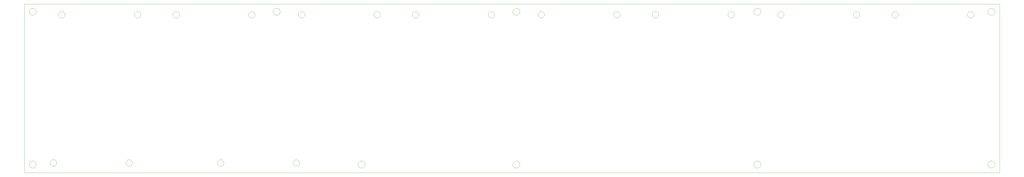
<source format=gm1>
G75*
G70*
%OFA0B0*%
%FSLAX24Y24*%
%IPPOS*%
%LPD*%
%AMOC8*
5,1,8,0,0,1.08239X$1,22.5*
%
%ADD10C,0.0000*%
D10*
X000267Y002625D02*
X000267Y032995D01*
X175259Y032995D01*
X175259Y002625D01*
X000267Y002625D01*
X001137Y004125D02*
X001139Y004175D01*
X001145Y004225D01*
X001155Y004274D01*
X001169Y004322D01*
X001186Y004369D01*
X001207Y004414D01*
X001232Y004458D01*
X001260Y004499D01*
X001292Y004538D01*
X001326Y004575D01*
X001363Y004609D01*
X001403Y004639D01*
X001445Y004666D01*
X001489Y004690D01*
X001535Y004711D01*
X001582Y004727D01*
X001630Y004740D01*
X001680Y004749D01*
X001729Y004754D01*
X001780Y004755D01*
X001830Y004752D01*
X001879Y004745D01*
X001928Y004734D01*
X001976Y004719D01*
X002022Y004701D01*
X002067Y004679D01*
X002110Y004653D01*
X002151Y004624D01*
X002190Y004592D01*
X002226Y004557D01*
X002258Y004519D01*
X002288Y004479D01*
X002315Y004436D01*
X002338Y004392D01*
X002357Y004346D01*
X002373Y004298D01*
X002385Y004249D01*
X002393Y004200D01*
X002397Y004150D01*
X002397Y004100D01*
X002393Y004050D01*
X002385Y004001D01*
X002373Y003952D01*
X002357Y003904D01*
X002338Y003858D01*
X002315Y003814D01*
X002288Y003771D01*
X002258Y003731D01*
X002226Y003693D01*
X002190Y003658D01*
X002151Y003626D01*
X002110Y003597D01*
X002067Y003571D01*
X002022Y003549D01*
X001976Y003531D01*
X001928Y003516D01*
X001879Y003505D01*
X001830Y003498D01*
X001780Y003495D01*
X001729Y003496D01*
X001680Y003501D01*
X001630Y003510D01*
X001582Y003523D01*
X001535Y003539D01*
X001489Y003560D01*
X001445Y003584D01*
X001403Y003611D01*
X001363Y003641D01*
X001326Y003675D01*
X001292Y003712D01*
X001260Y003751D01*
X001232Y003792D01*
X001207Y003836D01*
X001186Y003881D01*
X001169Y003928D01*
X001155Y003976D01*
X001145Y004025D01*
X001139Y004075D01*
X001137Y004125D01*
X004897Y004415D02*
X004899Y004463D01*
X004905Y004510D01*
X004915Y004557D01*
X004928Y004603D01*
X004946Y004648D01*
X004967Y004691D01*
X004991Y004732D01*
X005019Y004771D01*
X005050Y004808D01*
X005084Y004842D01*
X005121Y004873D01*
X005160Y004901D01*
X005201Y004925D01*
X005244Y004946D01*
X005289Y004964D01*
X005335Y004977D01*
X005382Y004987D01*
X005429Y004993D01*
X005477Y004995D01*
X005525Y004993D01*
X005572Y004987D01*
X005619Y004977D01*
X005665Y004964D01*
X005710Y004946D01*
X005753Y004925D01*
X005794Y004901D01*
X005833Y004873D01*
X005870Y004842D01*
X005904Y004808D01*
X005935Y004771D01*
X005963Y004732D01*
X005987Y004691D01*
X006008Y004648D01*
X006026Y004603D01*
X006039Y004557D01*
X006049Y004510D01*
X006055Y004463D01*
X006057Y004415D01*
X006055Y004367D01*
X006049Y004320D01*
X006039Y004273D01*
X006026Y004227D01*
X006008Y004182D01*
X005987Y004139D01*
X005963Y004098D01*
X005935Y004059D01*
X005904Y004022D01*
X005870Y003988D01*
X005833Y003957D01*
X005794Y003929D01*
X005753Y003905D01*
X005710Y003884D01*
X005665Y003866D01*
X005619Y003853D01*
X005572Y003843D01*
X005525Y003837D01*
X005477Y003835D01*
X005429Y003837D01*
X005382Y003843D01*
X005335Y003853D01*
X005289Y003866D01*
X005244Y003884D01*
X005201Y003905D01*
X005160Y003929D01*
X005121Y003957D01*
X005084Y003988D01*
X005050Y004022D01*
X005019Y004059D01*
X004991Y004098D01*
X004967Y004139D01*
X004946Y004182D01*
X004928Y004227D01*
X004915Y004273D01*
X004905Y004320D01*
X004899Y004367D01*
X004897Y004415D01*
X018477Y004415D02*
X018479Y004463D01*
X018485Y004510D01*
X018495Y004557D01*
X018508Y004603D01*
X018526Y004648D01*
X018547Y004691D01*
X018571Y004732D01*
X018599Y004771D01*
X018630Y004808D01*
X018664Y004842D01*
X018701Y004873D01*
X018740Y004901D01*
X018781Y004925D01*
X018824Y004946D01*
X018869Y004964D01*
X018915Y004977D01*
X018962Y004987D01*
X019009Y004993D01*
X019057Y004995D01*
X019105Y004993D01*
X019152Y004987D01*
X019199Y004977D01*
X019245Y004964D01*
X019290Y004946D01*
X019333Y004925D01*
X019374Y004901D01*
X019413Y004873D01*
X019450Y004842D01*
X019484Y004808D01*
X019515Y004771D01*
X019543Y004732D01*
X019567Y004691D01*
X019588Y004648D01*
X019606Y004603D01*
X019619Y004557D01*
X019629Y004510D01*
X019635Y004463D01*
X019637Y004415D01*
X019635Y004367D01*
X019629Y004320D01*
X019619Y004273D01*
X019606Y004227D01*
X019588Y004182D01*
X019567Y004139D01*
X019543Y004098D01*
X019515Y004059D01*
X019484Y004022D01*
X019450Y003988D01*
X019413Y003957D01*
X019374Y003929D01*
X019333Y003905D01*
X019290Y003884D01*
X019245Y003866D01*
X019199Y003853D01*
X019152Y003843D01*
X019105Y003837D01*
X019057Y003835D01*
X019009Y003837D01*
X018962Y003843D01*
X018915Y003853D01*
X018869Y003866D01*
X018824Y003884D01*
X018781Y003905D01*
X018740Y003929D01*
X018701Y003957D01*
X018664Y003988D01*
X018630Y004022D01*
X018599Y004059D01*
X018571Y004098D01*
X018547Y004139D01*
X018526Y004182D01*
X018508Y004227D01*
X018495Y004273D01*
X018485Y004320D01*
X018479Y004367D01*
X018477Y004415D01*
X034897Y004415D02*
X034899Y004463D01*
X034905Y004510D01*
X034915Y004557D01*
X034928Y004603D01*
X034946Y004648D01*
X034967Y004691D01*
X034991Y004732D01*
X035019Y004771D01*
X035050Y004808D01*
X035084Y004842D01*
X035121Y004873D01*
X035160Y004901D01*
X035201Y004925D01*
X035244Y004946D01*
X035289Y004964D01*
X035335Y004977D01*
X035382Y004987D01*
X035429Y004993D01*
X035477Y004995D01*
X035525Y004993D01*
X035572Y004987D01*
X035619Y004977D01*
X035665Y004964D01*
X035710Y004946D01*
X035753Y004925D01*
X035794Y004901D01*
X035833Y004873D01*
X035870Y004842D01*
X035904Y004808D01*
X035935Y004771D01*
X035963Y004732D01*
X035987Y004691D01*
X036008Y004648D01*
X036026Y004603D01*
X036039Y004557D01*
X036049Y004510D01*
X036055Y004463D01*
X036057Y004415D01*
X036055Y004367D01*
X036049Y004320D01*
X036039Y004273D01*
X036026Y004227D01*
X036008Y004182D01*
X035987Y004139D01*
X035963Y004098D01*
X035935Y004059D01*
X035904Y004022D01*
X035870Y003988D01*
X035833Y003957D01*
X035794Y003929D01*
X035753Y003905D01*
X035710Y003884D01*
X035665Y003866D01*
X035619Y003853D01*
X035572Y003843D01*
X035525Y003837D01*
X035477Y003835D01*
X035429Y003837D01*
X035382Y003843D01*
X035335Y003853D01*
X035289Y003866D01*
X035244Y003884D01*
X035201Y003905D01*
X035160Y003929D01*
X035121Y003957D01*
X035084Y003988D01*
X035050Y004022D01*
X035019Y004059D01*
X034991Y004098D01*
X034967Y004139D01*
X034946Y004182D01*
X034928Y004227D01*
X034915Y004273D01*
X034905Y004320D01*
X034899Y004367D01*
X034897Y004415D01*
X048477Y004415D02*
X048479Y004463D01*
X048485Y004510D01*
X048495Y004557D01*
X048508Y004603D01*
X048526Y004648D01*
X048547Y004691D01*
X048571Y004732D01*
X048599Y004771D01*
X048630Y004808D01*
X048664Y004842D01*
X048701Y004873D01*
X048740Y004901D01*
X048781Y004925D01*
X048824Y004946D01*
X048869Y004964D01*
X048915Y004977D01*
X048962Y004987D01*
X049009Y004993D01*
X049057Y004995D01*
X049105Y004993D01*
X049152Y004987D01*
X049199Y004977D01*
X049245Y004964D01*
X049290Y004946D01*
X049333Y004925D01*
X049374Y004901D01*
X049413Y004873D01*
X049450Y004842D01*
X049484Y004808D01*
X049515Y004771D01*
X049543Y004732D01*
X049567Y004691D01*
X049588Y004648D01*
X049606Y004603D01*
X049619Y004557D01*
X049629Y004510D01*
X049635Y004463D01*
X049637Y004415D01*
X049635Y004367D01*
X049629Y004320D01*
X049619Y004273D01*
X049606Y004227D01*
X049588Y004182D01*
X049567Y004139D01*
X049543Y004098D01*
X049515Y004059D01*
X049484Y004022D01*
X049450Y003988D01*
X049413Y003957D01*
X049374Y003929D01*
X049333Y003905D01*
X049290Y003884D01*
X049245Y003866D01*
X049199Y003853D01*
X049152Y003843D01*
X049105Y003837D01*
X049057Y003835D01*
X049009Y003837D01*
X048962Y003843D01*
X048915Y003853D01*
X048869Y003866D01*
X048824Y003884D01*
X048781Y003905D01*
X048740Y003929D01*
X048701Y003957D01*
X048664Y003988D01*
X048630Y004022D01*
X048599Y004059D01*
X048571Y004098D01*
X048547Y004139D01*
X048526Y004182D01*
X048508Y004227D01*
X048495Y004273D01*
X048485Y004320D01*
X048479Y004367D01*
X048477Y004415D01*
X060137Y004125D02*
X060139Y004175D01*
X060145Y004225D01*
X060155Y004274D01*
X060169Y004322D01*
X060186Y004369D01*
X060207Y004414D01*
X060232Y004458D01*
X060260Y004499D01*
X060292Y004538D01*
X060326Y004575D01*
X060363Y004609D01*
X060403Y004639D01*
X060445Y004666D01*
X060489Y004690D01*
X060535Y004711D01*
X060582Y004727D01*
X060630Y004740D01*
X060680Y004749D01*
X060729Y004754D01*
X060780Y004755D01*
X060830Y004752D01*
X060879Y004745D01*
X060928Y004734D01*
X060976Y004719D01*
X061022Y004701D01*
X061067Y004679D01*
X061110Y004653D01*
X061151Y004624D01*
X061190Y004592D01*
X061226Y004557D01*
X061258Y004519D01*
X061288Y004479D01*
X061315Y004436D01*
X061338Y004392D01*
X061357Y004346D01*
X061373Y004298D01*
X061385Y004249D01*
X061393Y004200D01*
X061397Y004150D01*
X061397Y004100D01*
X061393Y004050D01*
X061385Y004001D01*
X061373Y003952D01*
X061357Y003904D01*
X061338Y003858D01*
X061315Y003814D01*
X061288Y003771D01*
X061258Y003731D01*
X061226Y003693D01*
X061190Y003658D01*
X061151Y003626D01*
X061110Y003597D01*
X061067Y003571D01*
X061022Y003549D01*
X060976Y003531D01*
X060928Y003516D01*
X060879Y003505D01*
X060830Y003498D01*
X060780Y003495D01*
X060729Y003496D01*
X060680Y003501D01*
X060630Y003510D01*
X060582Y003523D01*
X060535Y003539D01*
X060489Y003560D01*
X060445Y003584D01*
X060403Y003611D01*
X060363Y003641D01*
X060326Y003675D01*
X060292Y003712D01*
X060260Y003751D01*
X060232Y003792D01*
X060207Y003836D01*
X060186Y003881D01*
X060169Y003928D01*
X060155Y003976D01*
X060145Y004025D01*
X060139Y004075D01*
X060137Y004125D01*
X087887Y004125D02*
X087889Y004175D01*
X087895Y004225D01*
X087905Y004274D01*
X087919Y004322D01*
X087936Y004369D01*
X087957Y004414D01*
X087982Y004458D01*
X088010Y004499D01*
X088042Y004538D01*
X088076Y004575D01*
X088113Y004609D01*
X088153Y004639D01*
X088195Y004666D01*
X088239Y004690D01*
X088285Y004711D01*
X088332Y004727D01*
X088380Y004740D01*
X088430Y004749D01*
X088479Y004754D01*
X088530Y004755D01*
X088580Y004752D01*
X088629Y004745D01*
X088678Y004734D01*
X088726Y004719D01*
X088772Y004701D01*
X088817Y004679D01*
X088860Y004653D01*
X088901Y004624D01*
X088940Y004592D01*
X088976Y004557D01*
X089008Y004519D01*
X089038Y004479D01*
X089065Y004436D01*
X089088Y004392D01*
X089107Y004346D01*
X089123Y004298D01*
X089135Y004249D01*
X089143Y004200D01*
X089147Y004150D01*
X089147Y004100D01*
X089143Y004050D01*
X089135Y004001D01*
X089123Y003952D01*
X089107Y003904D01*
X089088Y003858D01*
X089065Y003814D01*
X089038Y003771D01*
X089008Y003731D01*
X088976Y003693D01*
X088940Y003658D01*
X088901Y003626D01*
X088860Y003597D01*
X088817Y003571D01*
X088772Y003549D01*
X088726Y003531D01*
X088678Y003516D01*
X088629Y003505D01*
X088580Y003498D01*
X088530Y003495D01*
X088479Y003496D01*
X088430Y003501D01*
X088380Y003510D01*
X088332Y003523D01*
X088285Y003539D01*
X088239Y003560D01*
X088195Y003584D01*
X088153Y003611D01*
X088113Y003641D01*
X088076Y003675D01*
X088042Y003712D01*
X088010Y003751D01*
X087982Y003792D01*
X087957Y003836D01*
X087936Y003881D01*
X087919Y003928D01*
X087905Y003976D01*
X087895Y004025D01*
X087889Y004075D01*
X087887Y004125D01*
X131137Y004125D02*
X131139Y004175D01*
X131145Y004225D01*
X131155Y004274D01*
X131169Y004322D01*
X131186Y004369D01*
X131207Y004414D01*
X131232Y004458D01*
X131260Y004499D01*
X131292Y004538D01*
X131326Y004575D01*
X131363Y004609D01*
X131403Y004639D01*
X131445Y004666D01*
X131489Y004690D01*
X131535Y004711D01*
X131582Y004727D01*
X131630Y004740D01*
X131680Y004749D01*
X131729Y004754D01*
X131780Y004755D01*
X131830Y004752D01*
X131879Y004745D01*
X131928Y004734D01*
X131976Y004719D01*
X132022Y004701D01*
X132067Y004679D01*
X132110Y004653D01*
X132151Y004624D01*
X132190Y004592D01*
X132226Y004557D01*
X132258Y004519D01*
X132288Y004479D01*
X132315Y004436D01*
X132338Y004392D01*
X132357Y004346D01*
X132373Y004298D01*
X132385Y004249D01*
X132393Y004200D01*
X132397Y004150D01*
X132397Y004100D01*
X132393Y004050D01*
X132385Y004001D01*
X132373Y003952D01*
X132357Y003904D01*
X132338Y003858D01*
X132315Y003814D01*
X132288Y003771D01*
X132258Y003731D01*
X132226Y003693D01*
X132190Y003658D01*
X132151Y003626D01*
X132110Y003597D01*
X132067Y003571D01*
X132022Y003549D01*
X131976Y003531D01*
X131928Y003516D01*
X131879Y003505D01*
X131830Y003498D01*
X131780Y003495D01*
X131729Y003496D01*
X131680Y003501D01*
X131630Y003510D01*
X131582Y003523D01*
X131535Y003539D01*
X131489Y003560D01*
X131445Y003584D01*
X131403Y003611D01*
X131363Y003641D01*
X131326Y003675D01*
X131292Y003712D01*
X131260Y003751D01*
X131232Y003792D01*
X131207Y003836D01*
X131186Y003881D01*
X131169Y003928D01*
X131155Y003976D01*
X131145Y004025D01*
X131139Y004075D01*
X131137Y004125D01*
X173137Y004125D02*
X173139Y004175D01*
X173145Y004225D01*
X173155Y004274D01*
X173169Y004322D01*
X173186Y004369D01*
X173207Y004414D01*
X173232Y004458D01*
X173260Y004499D01*
X173292Y004538D01*
X173326Y004575D01*
X173363Y004609D01*
X173403Y004639D01*
X173445Y004666D01*
X173489Y004690D01*
X173535Y004711D01*
X173582Y004727D01*
X173630Y004740D01*
X173680Y004749D01*
X173729Y004754D01*
X173780Y004755D01*
X173830Y004752D01*
X173879Y004745D01*
X173928Y004734D01*
X173976Y004719D01*
X174022Y004701D01*
X174067Y004679D01*
X174110Y004653D01*
X174151Y004624D01*
X174190Y004592D01*
X174226Y004557D01*
X174258Y004519D01*
X174288Y004479D01*
X174315Y004436D01*
X174338Y004392D01*
X174357Y004346D01*
X174373Y004298D01*
X174385Y004249D01*
X174393Y004200D01*
X174397Y004150D01*
X174397Y004100D01*
X174393Y004050D01*
X174385Y004001D01*
X174373Y003952D01*
X174357Y003904D01*
X174338Y003858D01*
X174315Y003814D01*
X174288Y003771D01*
X174258Y003731D01*
X174226Y003693D01*
X174190Y003658D01*
X174151Y003626D01*
X174110Y003597D01*
X174067Y003571D01*
X174022Y003549D01*
X173976Y003531D01*
X173928Y003516D01*
X173879Y003505D01*
X173830Y003498D01*
X173780Y003495D01*
X173729Y003496D01*
X173680Y003501D01*
X173630Y003510D01*
X173582Y003523D01*
X173535Y003539D01*
X173489Y003560D01*
X173445Y003584D01*
X173403Y003611D01*
X173363Y003641D01*
X173326Y003675D01*
X173292Y003712D01*
X173260Y003751D01*
X173232Y003792D01*
X173207Y003836D01*
X173186Y003881D01*
X173169Y003928D01*
X173155Y003976D01*
X173145Y004025D01*
X173139Y004075D01*
X173137Y004125D01*
X169477Y031085D02*
X169479Y031133D01*
X169485Y031180D01*
X169495Y031227D01*
X169508Y031273D01*
X169526Y031318D01*
X169547Y031361D01*
X169571Y031402D01*
X169599Y031441D01*
X169630Y031478D01*
X169664Y031512D01*
X169701Y031543D01*
X169740Y031571D01*
X169781Y031595D01*
X169824Y031616D01*
X169869Y031634D01*
X169915Y031647D01*
X169962Y031657D01*
X170009Y031663D01*
X170057Y031665D01*
X170105Y031663D01*
X170152Y031657D01*
X170199Y031647D01*
X170245Y031634D01*
X170290Y031616D01*
X170333Y031595D01*
X170374Y031571D01*
X170413Y031543D01*
X170450Y031512D01*
X170484Y031478D01*
X170515Y031441D01*
X170543Y031402D01*
X170567Y031361D01*
X170588Y031318D01*
X170606Y031273D01*
X170619Y031227D01*
X170629Y031180D01*
X170635Y031133D01*
X170637Y031085D01*
X170635Y031037D01*
X170629Y030990D01*
X170619Y030943D01*
X170606Y030897D01*
X170588Y030852D01*
X170567Y030809D01*
X170543Y030768D01*
X170515Y030729D01*
X170484Y030692D01*
X170450Y030658D01*
X170413Y030627D01*
X170374Y030599D01*
X170333Y030575D01*
X170290Y030554D01*
X170245Y030536D01*
X170199Y030523D01*
X170152Y030513D01*
X170105Y030507D01*
X170057Y030505D01*
X170009Y030507D01*
X169962Y030513D01*
X169915Y030523D01*
X169869Y030536D01*
X169824Y030554D01*
X169781Y030575D01*
X169740Y030599D01*
X169701Y030627D01*
X169664Y030658D01*
X169630Y030692D01*
X169599Y030729D01*
X169571Y030768D01*
X169547Y030809D01*
X169526Y030852D01*
X169508Y030897D01*
X169495Y030943D01*
X169485Y030990D01*
X169479Y031037D01*
X169477Y031085D01*
X173137Y031625D02*
X173139Y031675D01*
X173145Y031725D01*
X173155Y031774D01*
X173169Y031822D01*
X173186Y031869D01*
X173207Y031914D01*
X173232Y031958D01*
X173260Y031999D01*
X173292Y032038D01*
X173326Y032075D01*
X173363Y032109D01*
X173403Y032139D01*
X173445Y032166D01*
X173489Y032190D01*
X173535Y032211D01*
X173582Y032227D01*
X173630Y032240D01*
X173680Y032249D01*
X173729Y032254D01*
X173780Y032255D01*
X173830Y032252D01*
X173879Y032245D01*
X173928Y032234D01*
X173976Y032219D01*
X174022Y032201D01*
X174067Y032179D01*
X174110Y032153D01*
X174151Y032124D01*
X174190Y032092D01*
X174226Y032057D01*
X174258Y032019D01*
X174288Y031979D01*
X174315Y031936D01*
X174338Y031892D01*
X174357Y031846D01*
X174373Y031798D01*
X174385Y031749D01*
X174393Y031700D01*
X174397Y031650D01*
X174397Y031600D01*
X174393Y031550D01*
X174385Y031501D01*
X174373Y031452D01*
X174357Y031404D01*
X174338Y031358D01*
X174315Y031314D01*
X174288Y031271D01*
X174258Y031231D01*
X174226Y031193D01*
X174190Y031158D01*
X174151Y031126D01*
X174110Y031097D01*
X174067Y031071D01*
X174022Y031049D01*
X173976Y031031D01*
X173928Y031016D01*
X173879Y031005D01*
X173830Y030998D01*
X173780Y030995D01*
X173729Y030996D01*
X173680Y031001D01*
X173630Y031010D01*
X173582Y031023D01*
X173535Y031039D01*
X173489Y031060D01*
X173445Y031084D01*
X173403Y031111D01*
X173363Y031141D01*
X173326Y031175D01*
X173292Y031212D01*
X173260Y031251D01*
X173232Y031292D01*
X173207Y031336D01*
X173186Y031381D01*
X173169Y031428D01*
X173155Y031476D01*
X173145Y031525D01*
X173139Y031575D01*
X173137Y031625D01*
X155897Y031085D02*
X155899Y031133D01*
X155905Y031180D01*
X155915Y031227D01*
X155928Y031273D01*
X155946Y031318D01*
X155967Y031361D01*
X155991Y031402D01*
X156019Y031441D01*
X156050Y031478D01*
X156084Y031512D01*
X156121Y031543D01*
X156160Y031571D01*
X156201Y031595D01*
X156244Y031616D01*
X156289Y031634D01*
X156335Y031647D01*
X156382Y031657D01*
X156429Y031663D01*
X156477Y031665D01*
X156525Y031663D01*
X156572Y031657D01*
X156619Y031647D01*
X156665Y031634D01*
X156710Y031616D01*
X156753Y031595D01*
X156794Y031571D01*
X156833Y031543D01*
X156870Y031512D01*
X156904Y031478D01*
X156935Y031441D01*
X156963Y031402D01*
X156987Y031361D01*
X157008Y031318D01*
X157026Y031273D01*
X157039Y031227D01*
X157049Y031180D01*
X157055Y031133D01*
X157057Y031085D01*
X157055Y031037D01*
X157049Y030990D01*
X157039Y030943D01*
X157026Y030897D01*
X157008Y030852D01*
X156987Y030809D01*
X156963Y030768D01*
X156935Y030729D01*
X156904Y030692D01*
X156870Y030658D01*
X156833Y030627D01*
X156794Y030599D01*
X156753Y030575D01*
X156710Y030554D01*
X156665Y030536D01*
X156619Y030523D01*
X156572Y030513D01*
X156525Y030507D01*
X156477Y030505D01*
X156429Y030507D01*
X156382Y030513D01*
X156335Y030523D01*
X156289Y030536D01*
X156244Y030554D01*
X156201Y030575D01*
X156160Y030599D01*
X156121Y030627D01*
X156084Y030658D01*
X156050Y030692D01*
X156019Y030729D01*
X155991Y030768D01*
X155967Y030809D01*
X155946Y030852D01*
X155928Y030897D01*
X155915Y030943D01*
X155905Y030990D01*
X155899Y031037D01*
X155897Y031085D01*
X148977Y031085D02*
X148979Y031133D01*
X148985Y031180D01*
X148995Y031227D01*
X149008Y031273D01*
X149026Y031318D01*
X149047Y031361D01*
X149071Y031402D01*
X149099Y031441D01*
X149130Y031478D01*
X149164Y031512D01*
X149201Y031543D01*
X149240Y031571D01*
X149281Y031595D01*
X149324Y031616D01*
X149369Y031634D01*
X149415Y031647D01*
X149462Y031657D01*
X149509Y031663D01*
X149557Y031665D01*
X149605Y031663D01*
X149652Y031657D01*
X149699Y031647D01*
X149745Y031634D01*
X149790Y031616D01*
X149833Y031595D01*
X149874Y031571D01*
X149913Y031543D01*
X149950Y031512D01*
X149984Y031478D01*
X150015Y031441D01*
X150043Y031402D01*
X150067Y031361D01*
X150088Y031318D01*
X150106Y031273D01*
X150119Y031227D01*
X150129Y031180D01*
X150135Y031133D01*
X150137Y031085D01*
X150135Y031037D01*
X150129Y030990D01*
X150119Y030943D01*
X150106Y030897D01*
X150088Y030852D01*
X150067Y030809D01*
X150043Y030768D01*
X150015Y030729D01*
X149984Y030692D01*
X149950Y030658D01*
X149913Y030627D01*
X149874Y030599D01*
X149833Y030575D01*
X149790Y030554D01*
X149745Y030536D01*
X149699Y030523D01*
X149652Y030513D01*
X149605Y030507D01*
X149557Y030505D01*
X149509Y030507D01*
X149462Y030513D01*
X149415Y030523D01*
X149369Y030536D01*
X149324Y030554D01*
X149281Y030575D01*
X149240Y030599D01*
X149201Y030627D01*
X149164Y030658D01*
X149130Y030692D01*
X149099Y030729D01*
X149071Y030768D01*
X149047Y030809D01*
X149026Y030852D01*
X149008Y030897D01*
X148995Y030943D01*
X148985Y030990D01*
X148979Y031037D01*
X148977Y031085D01*
X135397Y031085D02*
X135399Y031133D01*
X135405Y031180D01*
X135415Y031227D01*
X135428Y031273D01*
X135446Y031318D01*
X135467Y031361D01*
X135491Y031402D01*
X135519Y031441D01*
X135550Y031478D01*
X135584Y031512D01*
X135621Y031543D01*
X135660Y031571D01*
X135701Y031595D01*
X135744Y031616D01*
X135789Y031634D01*
X135835Y031647D01*
X135882Y031657D01*
X135929Y031663D01*
X135977Y031665D01*
X136025Y031663D01*
X136072Y031657D01*
X136119Y031647D01*
X136165Y031634D01*
X136210Y031616D01*
X136253Y031595D01*
X136294Y031571D01*
X136333Y031543D01*
X136370Y031512D01*
X136404Y031478D01*
X136435Y031441D01*
X136463Y031402D01*
X136487Y031361D01*
X136508Y031318D01*
X136526Y031273D01*
X136539Y031227D01*
X136549Y031180D01*
X136555Y031133D01*
X136557Y031085D01*
X136555Y031037D01*
X136549Y030990D01*
X136539Y030943D01*
X136526Y030897D01*
X136508Y030852D01*
X136487Y030809D01*
X136463Y030768D01*
X136435Y030729D01*
X136404Y030692D01*
X136370Y030658D01*
X136333Y030627D01*
X136294Y030599D01*
X136253Y030575D01*
X136210Y030554D01*
X136165Y030536D01*
X136119Y030523D01*
X136072Y030513D01*
X136025Y030507D01*
X135977Y030505D01*
X135929Y030507D01*
X135882Y030513D01*
X135835Y030523D01*
X135789Y030536D01*
X135744Y030554D01*
X135701Y030575D01*
X135660Y030599D01*
X135621Y030627D01*
X135584Y030658D01*
X135550Y030692D01*
X135519Y030729D01*
X135491Y030768D01*
X135467Y030809D01*
X135446Y030852D01*
X135428Y030897D01*
X135415Y030943D01*
X135405Y030990D01*
X135399Y031037D01*
X135397Y031085D01*
X131137Y031625D02*
X131139Y031675D01*
X131145Y031725D01*
X131155Y031774D01*
X131169Y031822D01*
X131186Y031869D01*
X131207Y031914D01*
X131232Y031958D01*
X131260Y031999D01*
X131292Y032038D01*
X131326Y032075D01*
X131363Y032109D01*
X131403Y032139D01*
X131445Y032166D01*
X131489Y032190D01*
X131535Y032211D01*
X131582Y032227D01*
X131630Y032240D01*
X131680Y032249D01*
X131729Y032254D01*
X131780Y032255D01*
X131830Y032252D01*
X131879Y032245D01*
X131928Y032234D01*
X131976Y032219D01*
X132022Y032201D01*
X132067Y032179D01*
X132110Y032153D01*
X132151Y032124D01*
X132190Y032092D01*
X132226Y032057D01*
X132258Y032019D01*
X132288Y031979D01*
X132315Y031936D01*
X132338Y031892D01*
X132357Y031846D01*
X132373Y031798D01*
X132385Y031749D01*
X132393Y031700D01*
X132397Y031650D01*
X132397Y031600D01*
X132393Y031550D01*
X132385Y031501D01*
X132373Y031452D01*
X132357Y031404D01*
X132338Y031358D01*
X132315Y031314D01*
X132288Y031271D01*
X132258Y031231D01*
X132226Y031193D01*
X132190Y031158D01*
X132151Y031126D01*
X132110Y031097D01*
X132067Y031071D01*
X132022Y031049D01*
X131976Y031031D01*
X131928Y031016D01*
X131879Y031005D01*
X131830Y030998D01*
X131780Y030995D01*
X131729Y030996D01*
X131680Y031001D01*
X131630Y031010D01*
X131582Y031023D01*
X131535Y031039D01*
X131489Y031060D01*
X131445Y031084D01*
X131403Y031111D01*
X131363Y031141D01*
X131326Y031175D01*
X131292Y031212D01*
X131260Y031251D01*
X131232Y031292D01*
X131207Y031336D01*
X131186Y031381D01*
X131169Y031428D01*
X131155Y031476D01*
X131145Y031525D01*
X131139Y031575D01*
X131137Y031625D01*
X126477Y031085D02*
X126479Y031133D01*
X126485Y031180D01*
X126495Y031227D01*
X126508Y031273D01*
X126526Y031318D01*
X126547Y031361D01*
X126571Y031402D01*
X126599Y031441D01*
X126630Y031478D01*
X126664Y031512D01*
X126701Y031543D01*
X126740Y031571D01*
X126781Y031595D01*
X126824Y031616D01*
X126869Y031634D01*
X126915Y031647D01*
X126962Y031657D01*
X127009Y031663D01*
X127057Y031665D01*
X127105Y031663D01*
X127152Y031657D01*
X127199Y031647D01*
X127245Y031634D01*
X127290Y031616D01*
X127333Y031595D01*
X127374Y031571D01*
X127413Y031543D01*
X127450Y031512D01*
X127484Y031478D01*
X127515Y031441D01*
X127543Y031402D01*
X127567Y031361D01*
X127588Y031318D01*
X127606Y031273D01*
X127619Y031227D01*
X127629Y031180D01*
X127635Y031133D01*
X127637Y031085D01*
X127635Y031037D01*
X127629Y030990D01*
X127619Y030943D01*
X127606Y030897D01*
X127588Y030852D01*
X127567Y030809D01*
X127543Y030768D01*
X127515Y030729D01*
X127484Y030692D01*
X127450Y030658D01*
X127413Y030627D01*
X127374Y030599D01*
X127333Y030575D01*
X127290Y030554D01*
X127245Y030536D01*
X127199Y030523D01*
X127152Y030513D01*
X127105Y030507D01*
X127057Y030505D01*
X127009Y030507D01*
X126962Y030513D01*
X126915Y030523D01*
X126869Y030536D01*
X126824Y030554D01*
X126781Y030575D01*
X126740Y030599D01*
X126701Y030627D01*
X126664Y030658D01*
X126630Y030692D01*
X126599Y030729D01*
X126571Y030768D01*
X126547Y030809D01*
X126526Y030852D01*
X126508Y030897D01*
X126495Y030943D01*
X126485Y030990D01*
X126479Y031037D01*
X126477Y031085D01*
X112897Y031085D02*
X112899Y031133D01*
X112905Y031180D01*
X112915Y031227D01*
X112928Y031273D01*
X112946Y031318D01*
X112967Y031361D01*
X112991Y031402D01*
X113019Y031441D01*
X113050Y031478D01*
X113084Y031512D01*
X113121Y031543D01*
X113160Y031571D01*
X113201Y031595D01*
X113244Y031616D01*
X113289Y031634D01*
X113335Y031647D01*
X113382Y031657D01*
X113429Y031663D01*
X113477Y031665D01*
X113525Y031663D01*
X113572Y031657D01*
X113619Y031647D01*
X113665Y031634D01*
X113710Y031616D01*
X113753Y031595D01*
X113794Y031571D01*
X113833Y031543D01*
X113870Y031512D01*
X113904Y031478D01*
X113935Y031441D01*
X113963Y031402D01*
X113987Y031361D01*
X114008Y031318D01*
X114026Y031273D01*
X114039Y031227D01*
X114049Y031180D01*
X114055Y031133D01*
X114057Y031085D01*
X114055Y031037D01*
X114049Y030990D01*
X114039Y030943D01*
X114026Y030897D01*
X114008Y030852D01*
X113987Y030809D01*
X113963Y030768D01*
X113935Y030729D01*
X113904Y030692D01*
X113870Y030658D01*
X113833Y030627D01*
X113794Y030599D01*
X113753Y030575D01*
X113710Y030554D01*
X113665Y030536D01*
X113619Y030523D01*
X113572Y030513D01*
X113525Y030507D01*
X113477Y030505D01*
X113429Y030507D01*
X113382Y030513D01*
X113335Y030523D01*
X113289Y030536D01*
X113244Y030554D01*
X113201Y030575D01*
X113160Y030599D01*
X113121Y030627D01*
X113084Y030658D01*
X113050Y030692D01*
X113019Y030729D01*
X112991Y030768D01*
X112967Y030809D01*
X112946Y030852D01*
X112928Y030897D01*
X112915Y030943D01*
X112905Y030990D01*
X112899Y031037D01*
X112897Y031085D01*
X105977Y031085D02*
X105979Y031133D01*
X105985Y031180D01*
X105995Y031227D01*
X106008Y031273D01*
X106026Y031318D01*
X106047Y031361D01*
X106071Y031402D01*
X106099Y031441D01*
X106130Y031478D01*
X106164Y031512D01*
X106201Y031543D01*
X106240Y031571D01*
X106281Y031595D01*
X106324Y031616D01*
X106369Y031634D01*
X106415Y031647D01*
X106462Y031657D01*
X106509Y031663D01*
X106557Y031665D01*
X106605Y031663D01*
X106652Y031657D01*
X106699Y031647D01*
X106745Y031634D01*
X106790Y031616D01*
X106833Y031595D01*
X106874Y031571D01*
X106913Y031543D01*
X106950Y031512D01*
X106984Y031478D01*
X107015Y031441D01*
X107043Y031402D01*
X107067Y031361D01*
X107088Y031318D01*
X107106Y031273D01*
X107119Y031227D01*
X107129Y031180D01*
X107135Y031133D01*
X107137Y031085D01*
X107135Y031037D01*
X107129Y030990D01*
X107119Y030943D01*
X107106Y030897D01*
X107088Y030852D01*
X107067Y030809D01*
X107043Y030768D01*
X107015Y030729D01*
X106984Y030692D01*
X106950Y030658D01*
X106913Y030627D01*
X106874Y030599D01*
X106833Y030575D01*
X106790Y030554D01*
X106745Y030536D01*
X106699Y030523D01*
X106652Y030513D01*
X106605Y030507D01*
X106557Y030505D01*
X106509Y030507D01*
X106462Y030513D01*
X106415Y030523D01*
X106369Y030536D01*
X106324Y030554D01*
X106281Y030575D01*
X106240Y030599D01*
X106201Y030627D01*
X106164Y030658D01*
X106130Y030692D01*
X106099Y030729D01*
X106071Y030768D01*
X106047Y030809D01*
X106026Y030852D01*
X106008Y030897D01*
X105995Y030943D01*
X105985Y030990D01*
X105979Y031037D01*
X105977Y031085D01*
X092397Y031085D02*
X092399Y031133D01*
X092405Y031180D01*
X092415Y031227D01*
X092428Y031273D01*
X092446Y031318D01*
X092467Y031361D01*
X092491Y031402D01*
X092519Y031441D01*
X092550Y031478D01*
X092584Y031512D01*
X092621Y031543D01*
X092660Y031571D01*
X092701Y031595D01*
X092744Y031616D01*
X092789Y031634D01*
X092835Y031647D01*
X092882Y031657D01*
X092929Y031663D01*
X092977Y031665D01*
X093025Y031663D01*
X093072Y031657D01*
X093119Y031647D01*
X093165Y031634D01*
X093210Y031616D01*
X093253Y031595D01*
X093294Y031571D01*
X093333Y031543D01*
X093370Y031512D01*
X093404Y031478D01*
X093435Y031441D01*
X093463Y031402D01*
X093487Y031361D01*
X093508Y031318D01*
X093526Y031273D01*
X093539Y031227D01*
X093549Y031180D01*
X093555Y031133D01*
X093557Y031085D01*
X093555Y031037D01*
X093549Y030990D01*
X093539Y030943D01*
X093526Y030897D01*
X093508Y030852D01*
X093487Y030809D01*
X093463Y030768D01*
X093435Y030729D01*
X093404Y030692D01*
X093370Y030658D01*
X093333Y030627D01*
X093294Y030599D01*
X093253Y030575D01*
X093210Y030554D01*
X093165Y030536D01*
X093119Y030523D01*
X093072Y030513D01*
X093025Y030507D01*
X092977Y030505D01*
X092929Y030507D01*
X092882Y030513D01*
X092835Y030523D01*
X092789Y030536D01*
X092744Y030554D01*
X092701Y030575D01*
X092660Y030599D01*
X092621Y030627D01*
X092584Y030658D01*
X092550Y030692D01*
X092519Y030729D01*
X092491Y030768D01*
X092467Y030809D01*
X092446Y030852D01*
X092428Y030897D01*
X092415Y030943D01*
X092405Y030990D01*
X092399Y031037D01*
X092397Y031085D01*
X087887Y031625D02*
X087889Y031675D01*
X087895Y031725D01*
X087905Y031774D01*
X087919Y031822D01*
X087936Y031869D01*
X087957Y031914D01*
X087982Y031958D01*
X088010Y031999D01*
X088042Y032038D01*
X088076Y032075D01*
X088113Y032109D01*
X088153Y032139D01*
X088195Y032166D01*
X088239Y032190D01*
X088285Y032211D01*
X088332Y032227D01*
X088380Y032240D01*
X088430Y032249D01*
X088479Y032254D01*
X088530Y032255D01*
X088580Y032252D01*
X088629Y032245D01*
X088678Y032234D01*
X088726Y032219D01*
X088772Y032201D01*
X088817Y032179D01*
X088860Y032153D01*
X088901Y032124D01*
X088940Y032092D01*
X088976Y032057D01*
X089008Y032019D01*
X089038Y031979D01*
X089065Y031936D01*
X089088Y031892D01*
X089107Y031846D01*
X089123Y031798D01*
X089135Y031749D01*
X089143Y031700D01*
X089147Y031650D01*
X089147Y031600D01*
X089143Y031550D01*
X089135Y031501D01*
X089123Y031452D01*
X089107Y031404D01*
X089088Y031358D01*
X089065Y031314D01*
X089038Y031271D01*
X089008Y031231D01*
X088976Y031193D01*
X088940Y031158D01*
X088901Y031126D01*
X088860Y031097D01*
X088817Y031071D01*
X088772Y031049D01*
X088726Y031031D01*
X088678Y031016D01*
X088629Y031005D01*
X088580Y030998D01*
X088530Y030995D01*
X088479Y030996D01*
X088430Y031001D01*
X088380Y031010D01*
X088332Y031023D01*
X088285Y031039D01*
X088239Y031060D01*
X088195Y031084D01*
X088153Y031111D01*
X088113Y031141D01*
X088076Y031175D01*
X088042Y031212D01*
X088010Y031251D01*
X087982Y031292D01*
X087957Y031336D01*
X087936Y031381D01*
X087919Y031428D01*
X087905Y031476D01*
X087895Y031525D01*
X087889Y031575D01*
X087887Y031625D01*
X083477Y031085D02*
X083479Y031133D01*
X083485Y031180D01*
X083495Y031227D01*
X083508Y031273D01*
X083526Y031318D01*
X083547Y031361D01*
X083571Y031402D01*
X083599Y031441D01*
X083630Y031478D01*
X083664Y031512D01*
X083701Y031543D01*
X083740Y031571D01*
X083781Y031595D01*
X083824Y031616D01*
X083869Y031634D01*
X083915Y031647D01*
X083962Y031657D01*
X084009Y031663D01*
X084057Y031665D01*
X084105Y031663D01*
X084152Y031657D01*
X084199Y031647D01*
X084245Y031634D01*
X084290Y031616D01*
X084333Y031595D01*
X084374Y031571D01*
X084413Y031543D01*
X084450Y031512D01*
X084484Y031478D01*
X084515Y031441D01*
X084543Y031402D01*
X084567Y031361D01*
X084588Y031318D01*
X084606Y031273D01*
X084619Y031227D01*
X084629Y031180D01*
X084635Y031133D01*
X084637Y031085D01*
X084635Y031037D01*
X084629Y030990D01*
X084619Y030943D01*
X084606Y030897D01*
X084588Y030852D01*
X084567Y030809D01*
X084543Y030768D01*
X084515Y030729D01*
X084484Y030692D01*
X084450Y030658D01*
X084413Y030627D01*
X084374Y030599D01*
X084333Y030575D01*
X084290Y030554D01*
X084245Y030536D01*
X084199Y030523D01*
X084152Y030513D01*
X084105Y030507D01*
X084057Y030505D01*
X084009Y030507D01*
X083962Y030513D01*
X083915Y030523D01*
X083869Y030536D01*
X083824Y030554D01*
X083781Y030575D01*
X083740Y030599D01*
X083701Y030627D01*
X083664Y030658D01*
X083630Y030692D01*
X083599Y030729D01*
X083571Y030768D01*
X083547Y030809D01*
X083526Y030852D01*
X083508Y030897D01*
X083495Y030943D01*
X083485Y030990D01*
X083479Y031037D01*
X083477Y031085D01*
X069897Y031085D02*
X069899Y031133D01*
X069905Y031180D01*
X069915Y031227D01*
X069928Y031273D01*
X069946Y031318D01*
X069967Y031361D01*
X069991Y031402D01*
X070019Y031441D01*
X070050Y031478D01*
X070084Y031512D01*
X070121Y031543D01*
X070160Y031571D01*
X070201Y031595D01*
X070244Y031616D01*
X070289Y031634D01*
X070335Y031647D01*
X070382Y031657D01*
X070429Y031663D01*
X070477Y031665D01*
X070525Y031663D01*
X070572Y031657D01*
X070619Y031647D01*
X070665Y031634D01*
X070710Y031616D01*
X070753Y031595D01*
X070794Y031571D01*
X070833Y031543D01*
X070870Y031512D01*
X070904Y031478D01*
X070935Y031441D01*
X070963Y031402D01*
X070987Y031361D01*
X071008Y031318D01*
X071026Y031273D01*
X071039Y031227D01*
X071049Y031180D01*
X071055Y031133D01*
X071057Y031085D01*
X071055Y031037D01*
X071049Y030990D01*
X071039Y030943D01*
X071026Y030897D01*
X071008Y030852D01*
X070987Y030809D01*
X070963Y030768D01*
X070935Y030729D01*
X070904Y030692D01*
X070870Y030658D01*
X070833Y030627D01*
X070794Y030599D01*
X070753Y030575D01*
X070710Y030554D01*
X070665Y030536D01*
X070619Y030523D01*
X070572Y030513D01*
X070525Y030507D01*
X070477Y030505D01*
X070429Y030507D01*
X070382Y030513D01*
X070335Y030523D01*
X070289Y030536D01*
X070244Y030554D01*
X070201Y030575D01*
X070160Y030599D01*
X070121Y030627D01*
X070084Y030658D01*
X070050Y030692D01*
X070019Y030729D01*
X069991Y030768D01*
X069967Y030809D01*
X069946Y030852D01*
X069928Y030897D01*
X069915Y030943D01*
X069905Y030990D01*
X069899Y031037D01*
X069897Y031085D01*
X062977Y031085D02*
X062979Y031133D01*
X062985Y031180D01*
X062995Y031227D01*
X063008Y031273D01*
X063026Y031318D01*
X063047Y031361D01*
X063071Y031402D01*
X063099Y031441D01*
X063130Y031478D01*
X063164Y031512D01*
X063201Y031543D01*
X063240Y031571D01*
X063281Y031595D01*
X063324Y031616D01*
X063369Y031634D01*
X063415Y031647D01*
X063462Y031657D01*
X063509Y031663D01*
X063557Y031665D01*
X063605Y031663D01*
X063652Y031657D01*
X063699Y031647D01*
X063745Y031634D01*
X063790Y031616D01*
X063833Y031595D01*
X063874Y031571D01*
X063913Y031543D01*
X063950Y031512D01*
X063984Y031478D01*
X064015Y031441D01*
X064043Y031402D01*
X064067Y031361D01*
X064088Y031318D01*
X064106Y031273D01*
X064119Y031227D01*
X064129Y031180D01*
X064135Y031133D01*
X064137Y031085D01*
X064135Y031037D01*
X064129Y030990D01*
X064119Y030943D01*
X064106Y030897D01*
X064088Y030852D01*
X064067Y030809D01*
X064043Y030768D01*
X064015Y030729D01*
X063984Y030692D01*
X063950Y030658D01*
X063913Y030627D01*
X063874Y030599D01*
X063833Y030575D01*
X063790Y030554D01*
X063745Y030536D01*
X063699Y030523D01*
X063652Y030513D01*
X063605Y030507D01*
X063557Y030505D01*
X063509Y030507D01*
X063462Y030513D01*
X063415Y030523D01*
X063369Y030536D01*
X063324Y030554D01*
X063281Y030575D01*
X063240Y030599D01*
X063201Y030627D01*
X063164Y030658D01*
X063130Y030692D01*
X063099Y030729D01*
X063071Y030768D01*
X063047Y030809D01*
X063026Y030852D01*
X063008Y030897D01*
X062995Y030943D01*
X062985Y030990D01*
X062979Y031037D01*
X062977Y031085D01*
X049397Y031085D02*
X049399Y031133D01*
X049405Y031180D01*
X049415Y031227D01*
X049428Y031273D01*
X049446Y031318D01*
X049467Y031361D01*
X049491Y031402D01*
X049519Y031441D01*
X049550Y031478D01*
X049584Y031512D01*
X049621Y031543D01*
X049660Y031571D01*
X049701Y031595D01*
X049744Y031616D01*
X049789Y031634D01*
X049835Y031647D01*
X049882Y031657D01*
X049929Y031663D01*
X049977Y031665D01*
X050025Y031663D01*
X050072Y031657D01*
X050119Y031647D01*
X050165Y031634D01*
X050210Y031616D01*
X050253Y031595D01*
X050294Y031571D01*
X050333Y031543D01*
X050370Y031512D01*
X050404Y031478D01*
X050435Y031441D01*
X050463Y031402D01*
X050487Y031361D01*
X050508Y031318D01*
X050526Y031273D01*
X050539Y031227D01*
X050549Y031180D01*
X050555Y031133D01*
X050557Y031085D01*
X050555Y031037D01*
X050549Y030990D01*
X050539Y030943D01*
X050526Y030897D01*
X050508Y030852D01*
X050487Y030809D01*
X050463Y030768D01*
X050435Y030729D01*
X050404Y030692D01*
X050370Y030658D01*
X050333Y030627D01*
X050294Y030599D01*
X050253Y030575D01*
X050210Y030554D01*
X050165Y030536D01*
X050119Y030523D01*
X050072Y030513D01*
X050025Y030507D01*
X049977Y030505D01*
X049929Y030507D01*
X049882Y030513D01*
X049835Y030523D01*
X049789Y030536D01*
X049744Y030554D01*
X049701Y030575D01*
X049660Y030599D01*
X049621Y030627D01*
X049584Y030658D01*
X049550Y030692D01*
X049519Y030729D01*
X049491Y030768D01*
X049467Y030809D01*
X049446Y030852D01*
X049428Y030897D01*
X049415Y030943D01*
X049405Y030990D01*
X049399Y031037D01*
X049397Y031085D01*
X044887Y031625D02*
X044889Y031675D01*
X044895Y031725D01*
X044905Y031774D01*
X044919Y031822D01*
X044936Y031869D01*
X044957Y031914D01*
X044982Y031958D01*
X045010Y031999D01*
X045042Y032038D01*
X045076Y032075D01*
X045113Y032109D01*
X045153Y032139D01*
X045195Y032166D01*
X045239Y032190D01*
X045285Y032211D01*
X045332Y032227D01*
X045380Y032240D01*
X045430Y032249D01*
X045479Y032254D01*
X045530Y032255D01*
X045580Y032252D01*
X045629Y032245D01*
X045678Y032234D01*
X045726Y032219D01*
X045772Y032201D01*
X045817Y032179D01*
X045860Y032153D01*
X045901Y032124D01*
X045940Y032092D01*
X045976Y032057D01*
X046008Y032019D01*
X046038Y031979D01*
X046065Y031936D01*
X046088Y031892D01*
X046107Y031846D01*
X046123Y031798D01*
X046135Y031749D01*
X046143Y031700D01*
X046147Y031650D01*
X046147Y031600D01*
X046143Y031550D01*
X046135Y031501D01*
X046123Y031452D01*
X046107Y031404D01*
X046088Y031358D01*
X046065Y031314D01*
X046038Y031271D01*
X046008Y031231D01*
X045976Y031193D01*
X045940Y031158D01*
X045901Y031126D01*
X045860Y031097D01*
X045817Y031071D01*
X045772Y031049D01*
X045726Y031031D01*
X045678Y031016D01*
X045629Y031005D01*
X045580Y030998D01*
X045530Y030995D01*
X045479Y030996D01*
X045430Y031001D01*
X045380Y031010D01*
X045332Y031023D01*
X045285Y031039D01*
X045239Y031060D01*
X045195Y031084D01*
X045153Y031111D01*
X045113Y031141D01*
X045076Y031175D01*
X045042Y031212D01*
X045010Y031251D01*
X044982Y031292D01*
X044957Y031336D01*
X044936Y031381D01*
X044919Y031428D01*
X044905Y031476D01*
X044895Y031525D01*
X044889Y031575D01*
X044887Y031625D01*
X040477Y031085D02*
X040479Y031133D01*
X040485Y031180D01*
X040495Y031227D01*
X040508Y031273D01*
X040526Y031318D01*
X040547Y031361D01*
X040571Y031402D01*
X040599Y031441D01*
X040630Y031478D01*
X040664Y031512D01*
X040701Y031543D01*
X040740Y031571D01*
X040781Y031595D01*
X040824Y031616D01*
X040869Y031634D01*
X040915Y031647D01*
X040962Y031657D01*
X041009Y031663D01*
X041057Y031665D01*
X041105Y031663D01*
X041152Y031657D01*
X041199Y031647D01*
X041245Y031634D01*
X041290Y031616D01*
X041333Y031595D01*
X041374Y031571D01*
X041413Y031543D01*
X041450Y031512D01*
X041484Y031478D01*
X041515Y031441D01*
X041543Y031402D01*
X041567Y031361D01*
X041588Y031318D01*
X041606Y031273D01*
X041619Y031227D01*
X041629Y031180D01*
X041635Y031133D01*
X041637Y031085D01*
X041635Y031037D01*
X041629Y030990D01*
X041619Y030943D01*
X041606Y030897D01*
X041588Y030852D01*
X041567Y030809D01*
X041543Y030768D01*
X041515Y030729D01*
X041484Y030692D01*
X041450Y030658D01*
X041413Y030627D01*
X041374Y030599D01*
X041333Y030575D01*
X041290Y030554D01*
X041245Y030536D01*
X041199Y030523D01*
X041152Y030513D01*
X041105Y030507D01*
X041057Y030505D01*
X041009Y030507D01*
X040962Y030513D01*
X040915Y030523D01*
X040869Y030536D01*
X040824Y030554D01*
X040781Y030575D01*
X040740Y030599D01*
X040701Y030627D01*
X040664Y030658D01*
X040630Y030692D01*
X040599Y030729D01*
X040571Y030768D01*
X040547Y030809D01*
X040526Y030852D01*
X040508Y030897D01*
X040495Y030943D01*
X040485Y030990D01*
X040479Y031037D01*
X040477Y031085D01*
X026897Y031085D02*
X026899Y031133D01*
X026905Y031180D01*
X026915Y031227D01*
X026928Y031273D01*
X026946Y031318D01*
X026967Y031361D01*
X026991Y031402D01*
X027019Y031441D01*
X027050Y031478D01*
X027084Y031512D01*
X027121Y031543D01*
X027160Y031571D01*
X027201Y031595D01*
X027244Y031616D01*
X027289Y031634D01*
X027335Y031647D01*
X027382Y031657D01*
X027429Y031663D01*
X027477Y031665D01*
X027525Y031663D01*
X027572Y031657D01*
X027619Y031647D01*
X027665Y031634D01*
X027710Y031616D01*
X027753Y031595D01*
X027794Y031571D01*
X027833Y031543D01*
X027870Y031512D01*
X027904Y031478D01*
X027935Y031441D01*
X027963Y031402D01*
X027987Y031361D01*
X028008Y031318D01*
X028026Y031273D01*
X028039Y031227D01*
X028049Y031180D01*
X028055Y031133D01*
X028057Y031085D01*
X028055Y031037D01*
X028049Y030990D01*
X028039Y030943D01*
X028026Y030897D01*
X028008Y030852D01*
X027987Y030809D01*
X027963Y030768D01*
X027935Y030729D01*
X027904Y030692D01*
X027870Y030658D01*
X027833Y030627D01*
X027794Y030599D01*
X027753Y030575D01*
X027710Y030554D01*
X027665Y030536D01*
X027619Y030523D01*
X027572Y030513D01*
X027525Y030507D01*
X027477Y030505D01*
X027429Y030507D01*
X027382Y030513D01*
X027335Y030523D01*
X027289Y030536D01*
X027244Y030554D01*
X027201Y030575D01*
X027160Y030599D01*
X027121Y030627D01*
X027084Y030658D01*
X027050Y030692D01*
X027019Y030729D01*
X026991Y030768D01*
X026967Y030809D01*
X026946Y030852D01*
X026928Y030897D01*
X026915Y030943D01*
X026905Y030990D01*
X026899Y031037D01*
X026897Y031085D01*
X019977Y031085D02*
X019979Y031133D01*
X019985Y031180D01*
X019995Y031227D01*
X020008Y031273D01*
X020026Y031318D01*
X020047Y031361D01*
X020071Y031402D01*
X020099Y031441D01*
X020130Y031478D01*
X020164Y031512D01*
X020201Y031543D01*
X020240Y031571D01*
X020281Y031595D01*
X020324Y031616D01*
X020369Y031634D01*
X020415Y031647D01*
X020462Y031657D01*
X020509Y031663D01*
X020557Y031665D01*
X020605Y031663D01*
X020652Y031657D01*
X020699Y031647D01*
X020745Y031634D01*
X020790Y031616D01*
X020833Y031595D01*
X020874Y031571D01*
X020913Y031543D01*
X020950Y031512D01*
X020984Y031478D01*
X021015Y031441D01*
X021043Y031402D01*
X021067Y031361D01*
X021088Y031318D01*
X021106Y031273D01*
X021119Y031227D01*
X021129Y031180D01*
X021135Y031133D01*
X021137Y031085D01*
X021135Y031037D01*
X021129Y030990D01*
X021119Y030943D01*
X021106Y030897D01*
X021088Y030852D01*
X021067Y030809D01*
X021043Y030768D01*
X021015Y030729D01*
X020984Y030692D01*
X020950Y030658D01*
X020913Y030627D01*
X020874Y030599D01*
X020833Y030575D01*
X020790Y030554D01*
X020745Y030536D01*
X020699Y030523D01*
X020652Y030513D01*
X020605Y030507D01*
X020557Y030505D01*
X020509Y030507D01*
X020462Y030513D01*
X020415Y030523D01*
X020369Y030536D01*
X020324Y030554D01*
X020281Y030575D01*
X020240Y030599D01*
X020201Y030627D01*
X020164Y030658D01*
X020130Y030692D01*
X020099Y030729D01*
X020071Y030768D01*
X020047Y030809D01*
X020026Y030852D01*
X020008Y030897D01*
X019995Y030943D01*
X019985Y030990D01*
X019979Y031037D01*
X019977Y031085D01*
X006397Y031085D02*
X006399Y031133D01*
X006405Y031180D01*
X006415Y031227D01*
X006428Y031273D01*
X006446Y031318D01*
X006467Y031361D01*
X006491Y031402D01*
X006519Y031441D01*
X006550Y031478D01*
X006584Y031512D01*
X006621Y031543D01*
X006660Y031571D01*
X006701Y031595D01*
X006744Y031616D01*
X006789Y031634D01*
X006835Y031647D01*
X006882Y031657D01*
X006929Y031663D01*
X006977Y031665D01*
X007025Y031663D01*
X007072Y031657D01*
X007119Y031647D01*
X007165Y031634D01*
X007210Y031616D01*
X007253Y031595D01*
X007294Y031571D01*
X007333Y031543D01*
X007370Y031512D01*
X007404Y031478D01*
X007435Y031441D01*
X007463Y031402D01*
X007487Y031361D01*
X007508Y031318D01*
X007526Y031273D01*
X007539Y031227D01*
X007549Y031180D01*
X007555Y031133D01*
X007557Y031085D01*
X007555Y031037D01*
X007549Y030990D01*
X007539Y030943D01*
X007526Y030897D01*
X007508Y030852D01*
X007487Y030809D01*
X007463Y030768D01*
X007435Y030729D01*
X007404Y030692D01*
X007370Y030658D01*
X007333Y030627D01*
X007294Y030599D01*
X007253Y030575D01*
X007210Y030554D01*
X007165Y030536D01*
X007119Y030523D01*
X007072Y030513D01*
X007025Y030507D01*
X006977Y030505D01*
X006929Y030507D01*
X006882Y030513D01*
X006835Y030523D01*
X006789Y030536D01*
X006744Y030554D01*
X006701Y030575D01*
X006660Y030599D01*
X006621Y030627D01*
X006584Y030658D01*
X006550Y030692D01*
X006519Y030729D01*
X006491Y030768D01*
X006467Y030809D01*
X006446Y030852D01*
X006428Y030897D01*
X006415Y030943D01*
X006405Y030990D01*
X006399Y031037D01*
X006397Y031085D01*
X001137Y031625D02*
X001139Y031675D01*
X001145Y031725D01*
X001155Y031774D01*
X001169Y031822D01*
X001186Y031869D01*
X001207Y031914D01*
X001232Y031958D01*
X001260Y031999D01*
X001292Y032038D01*
X001326Y032075D01*
X001363Y032109D01*
X001403Y032139D01*
X001445Y032166D01*
X001489Y032190D01*
X001535Y032211D01*
X001582Y032227D01*
X001630Y032240D01*
X001680Y032249D01*
X001729Y032254D01*
X001780Y032255D01*
X001830Y032252D01*
X001879Y032245D01*
X001928Y032234D01*
X001976Y032219D01*
X002022Y032201D01*
X002067Y032179D01*
X002110Y032153D01*
X002151Y032124D01*
X002190Y032092D01*
X002226Y032057D01*
X002258Y032019D01*
X002288Y031979D01*
X002315Y031936D01*
X002338Y031892D01*
X002357Y031846D01*
X002373Y031798D01*
X002385Y031749D01*
X002393Y031700D01*
X002397Y031650D01*
X002397Y031600D01*
X002393Y031550D01*
X002385Y031501D01*
X002373Y031452D01*
X002357Y031404D01*
X002338Y031358D01*
X002315Y031314D01*
X002288Y031271D01*
X002258Y031231D01*
X002226Y031193D01*
X002190Y031158D01*
X002151Y031126D01*
X002110Y031097D01*
X002067Y031071D01*
X002022Y031049D01*
X001976Y031031D01*
X001928Y031016D01*
X001879Y031005D01*
X001830Y030998D01*
X001780Y030995D01*
X001729Y030996D01*
X001680Y031001D01*
X001630Y031010D01*
X001582Y031023D01*
X001535Y031039D01*
X001489Y031060D01*
X001445Y031084D01*
X001403Y031111D01*
X001363Y031141D01*
X001326Y031175D01*
X001292Y031212D01*
X001260Y031251D01*
X001232Y031292D01*
X001207Y031336D01*
X001186Y031381D01*
X001169Y031428D01*
X001155Y031476D01*
X001145Y031525D01*
X001139Y031575D01*
X001137Y031625D01*
M02*

</source>
